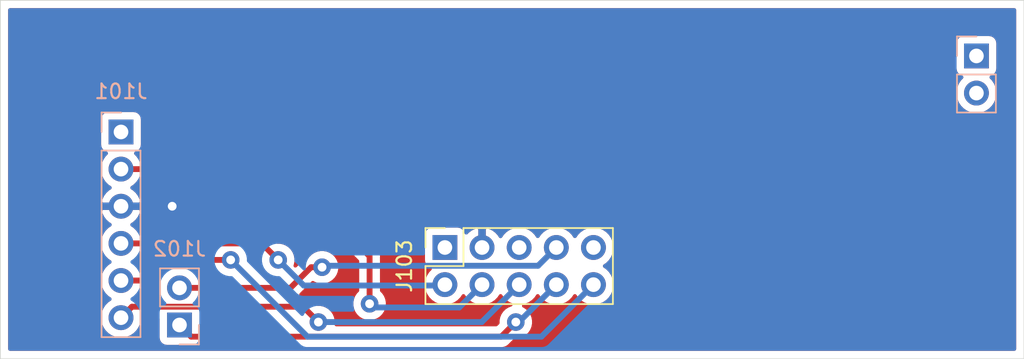
<source format=kicad_pcb>
(kicad_pcb (version 20171130) (host pcbnew "(5.1.10)-1")

  (general
    (thickness 1.6)
    (drawings 4)
    (tracks 46)
    (zones 0)
    (modules 4)
    (nets 14)
  )

  (page A4)
  (layers
    (0 F.Cu signal)
    (31 B.Cu signal)
    (32 B.Adhes user)
    (33 F.Adhes user)
    (34 B.Paste user)
    (35 F.Paste user)
    (36 B.SilkS user)
    (37 F.SilkS user)
    (38 B.Mask user)
    (39 F.Mask user)
    (40 Dwgs.User user)
    (41 Cmts.User user)
    (42 Eco1.User user)
    (43 Eco2.User user)
    (44 Edge.Cuts user)
    (45 Margin user)
    (46 B.CrtYd user)
    (47 F.CrtYd user)
    (48 B.Fab user hide)
    (49 F.Fab user hide)
  )

  (setup
    (last_trace_width 0.25)
    (user_trace_width 0.4)
    (trace_clearance 0.2)
    (zone_clearance 0.508)
    (zone_45_only no)
    (trace_min 0.2)
    (via_size 0.8)
    (via_drill 0.4)
    (via_min_size 0.4)
    (via_min_drill 0.3)
    (user_via 1.2 0.6)
    (uvia_size 0.3)
    (uvia_drill 0.1)
    (uvias_allowed no)
    (uvia_min_size 0.2)
    (uvia_min_drill 0.1)
    (edge_width 0.05)
    (segment_width 0.2)
    (pcb_text_width 0.3)
    (pcb_text_size 1.5 1.5)
    (mod_edge_width 0.12)
    (mod_text_size 1 1)
    (mod_text_width 0.15)
    (pad_size 1.524 1.524)
    (pad_drill 0.762)
    (pad_to_mask_clearance 0)
    (aux_axis_origin 0 0)
    (visible_elements 7FFFFFFF)
    (pcbplotparams
      (layerselection 0x010fc_ffffffff)
      (usegerberextensions false)
      (usegerberattributes true)
      (usegerberadvancedattributes true)
      (creategerberjobfile true)
      (excludeedgelayer true)
      (linewidth 0.100000)
      (plotframeref false)
      (viasonmask false)
      (mode 1)
      (useauxorigin false)
      (hpglpennumber 1)
      (hpglpenspeed 20)
      (hpglpendiameter 15.000000)
      (psnegative false)
      (psa4output false)
      (plotreference true)
      (plotvalue true)
      (plotinvisibletext false)
      (padsonsilk false)
      (subtractmaskfromsilk false)
      (outputformat 1)
      (mirror false)
      (drillshape 1)
      (scaleselection 1)
      (outputdirectory ""))
  )

  (net 0 "")
  (net 1 /SWO)
  (net 2 /SWDIO)
  (net 3 /GND)
  (net 4 /VDD)
  (net 5 /TX)
  (net 6 /RX)
  (net 7 /~RESET~)
  (net 8 "Net-(J103-Pad9)")
  (net 9 "Net-(J103-Pad5)")
  (net 10 /SWDCLK)
  (net 11 "Net-(J103-Pad1)")
  (net 12 "Net-(J104-Pad2)")
  (net 13 "Net-(J104-Pad1)")

  (net_class Default "This is the default net class."
    (clearance 0.2)
    (trace_width 0.25)
    (via_dia 0.8)
    (via_drill 0.4)
    (uvia_dia 0.3)
    (uvia_drill 0.1)
    (add_net /GND)
    (add_net /RX)
    (add_net /SWDCLK)
    (add_net /SWDIO)
    (add_net /SWO)
    (add_net /TX)
    (add_net /VDD)
    (add_net /~RESET~)
    (add_net "Net-(J103-Pad1)")
    (add_net "Net-(J103-Pad5)")
    (add_net "Net-(J103-Pad9)")
    (add_net "Net-(J104-Pad1)")
    (add_net "Net-(J104-Pad2)")
  )

  (module Connector_PinSocket_2.54mm:PinSocket_1x02_P2.54mm_Vertical (layer B.Cu) (tedit 5A19A420) (tstamp 611A9474)
    (at 147.25 90.3 180)
    (descr "Through hole straight socket strip, 1x02, 2.54mm pitch, single row (from Kicad 4.0.7), script generated")
    (tags "Through hole socket strip THT 1x02 2.54mm single row")
    (path /611A7FA2)
    (fp_text reference J104 (at 0 2.77) (layer B.SilkS) hide
      (effects (font (size 1 1) (thickness 0.15)) (justify mirror))
    )
    (fp_text value Conn_01x02 (at 0 -5.31) (layer B.Fab)
      (effects (font (size 1 1) (thickness 0.15)) (justify mirror))
    )
    (fp_line (start -1.8 -4.3) (end -1.8 1.8) (layer B.CrtYd) (width 0.05))
    (fp_line (start 1.75 -4.3) (end -1.8 -4.3) (layer B.CrtYd) (width 0.05))
    (fp_line (start 1.75 1.8) (end 1.75 -4.3) (layer B.CrtYd) (width 0.05))
    (fp_line (start -1.8 1.8) (end 1.75 1.8) (layer B.CrtYd) (width 0.05))
    (fp_line (start 0 1.33) (end 1.33 1.33) (layer B.SilkS) (width 0.12))
    (fp_line (start 1.33 1.33) (end 1.33 0) (layer B.SilkS) (width 0.12))
    (fp_line (start 1.33 -1.27) (end 1.33 -3.87) (layer B.SilkS) (width 0.12))
    (fp_line (start -1.33 -3.87) (end 1.33 -3.87) (layer B.SilkS) (width 0.12))
    (fp_line (start -1.33 -1.27) (end -1.33 -3.87) (layer B.SilkS) (width 0.12))
    (fp_line (start -1.33 -1.27) (end 1.33 -1.27) (layer B.SilkS) (width 0.12))
    (fp_line (start -1.27 -3.81) (end -1.27 1.27) (layer B.Fab) (width 0.1))
    (fp_line (start 1.27 -3.81) (end -1.27 -3.81) (layer B.Fab) (width 0.1))
    (fp_line (start 1.27 0.635) (end 1.27 -3.81) (layer B.Fab) (width 0.1))
    (fp_line (start 0.635 1.27) (end 1.27 0.635) (layer B.Fab) (width 0.1))
    (fp_line (start -1.27 1.27) (end 0.635 1.27) (layer B.Fab) (width 0.1))
    (fp_text user %R (at 0 -1.27 270) (layer B.Fab)
      (effects (font (size 1 1) (thickness 0.15)) (justify mirror))
    )
    (pad 1 thru_hole rect (at 0 0 180) (size 1.7 1.7) (drill 1) (layers *.Cu *.Mask)
      (net 13 "Net-(J104-Pad1)"))
    (pad 2 thru_hole oval (at 0 -2.54 180) (size 1.7 1.7) (drill 1) (layers *.Cu *.Mask)
      (net 12 "Net-(J104-Pad2)"))
    (model ${KISYS3DMOD}/Connector_PinSocket_2.54mm.3dshapes/PinSocket_1x02_P2.54mm_Vertical.wrl
      (at (xyz 0 0 0))
      (scale (xyz 1 1 1))
      (rotate (xyz 0 0 0))
    )
  )

  (module Connector_PinSocket_2.54mm:PinSocket_2x05_P2.54mm_Vertical (layer F.Cu) (tedit 5A19A42B) (tstamp 6119E26A)
    (at 110.9 103.4 90)
    (descr "Through hole straight socket strip, 2x05, 2.54mm pitch, double cols (from Kicad 4.0.7), script generated")
    (tags "Through hole socket strip THT 2x05 2.54mm double row")
    (path /61198079)
    (fp_text reference J103 (at -1.27 -2.77 90) (layer F.SilkS)
      (effects (font (size 1 1) (thickness 0.15)))
    )
    (fp_text value Conn_02x05_Top_Bottom (at -1.27 12.93 90) (layer F.Fab)
      (effects (font (size 1 1) (thickness 0.15)))
    )
    (fp_line (start -3.81 -1.27) (end 0.27 -1.27) (layer F.Fab) (width 0.1))
    (fp_line (start 0.27 -1.27) (end 1.27 -0.27) (layer F.Fab) (width 0.1))
    (fp_line (start 1.27 -0.27) (end 1.27 11.43) (layer F.Fab) (width 0.1))
    (fp_line (start 1.27 11.43) (end -3.81 11.43) (layer F.Fab) (width 0.1))
    (fp_line (start -3.81 11.43) (end -3.81 -1.27) (layer F.Fab) (width 0.1))
    (fp_line (start -3.87 -1.33) (end -1.27 -1.33) (layer F.SilkS) (width 0.12))
    (fp_line (start -3.87 -1.33) (end -3.87 11.49) (layer F.SilkS) (width 0.12))
    (fp_line (start -3.87 11.49) (end 1.33 11.49) (layer F.SilkS) (width 0.12))
    (fp_line (start 1.33 1.27) (end 1.33 11.49) (layer F.SilkS) (width 0.12))
    (fp_line (start -1.27 1.27) (end 1.33 1.27) (layer F.SilkS) (width 0.12))
    (fp_line (start -1.27 -1.33) (end -1.27 1.27) (layer F.SilkS) (width 0.12))
    (fp_line (start 1.33 -1.33) (end 1.33 0) (layer F.SilkS) (width 0.12))
    (fp_line (start 0 -1.33) (end 1.33 -1.33) (layer F.SilkS) (width 0.12))
    (fp_line (start -4.34 -1.8) (end 1.76 -1.8) (layer F.CrtYd) (width 0.05))
    (fp_line (start 1.76 -1.8) (end 1.76 11.9) (layer F.CrtYd) (width 0.05))
    (fp_line (start 1.76 11.9) (end -4.34 11.9) (layer F.CrtYd) (width 0.05))
    (fp_line (start -4.34 11.9) (end -4.34 -1.8) (layer F.CrtYd) (width 0.05))
    (fp_text user %R (at -1.27 5.08) (layer F.Fab)
      (effects (font (size 1 1) (thickness 0.15)))
    )
    (pad 10 thru_hole oval (at -2.54 10.16 90) (size 1.7 1.7) (drill 1) (layers *.Cu *.Mask)
      (net 7 /~RESET~))
    (pad 9 thru_hole oval (at 0 10.16 90) (size 1.7 1.7) (drill 1) (layers *.Cu *.Mask)
      (net 8 "Net-(J103-Pad9)"))
    (pad 8 thru_hole oval (at -2.54 7.62 90) (size 1.7 1.7) (drill 1) (layers *.Cu *.Mask)
      (net 6 /RX))
    (pad 7 thru_hole oval (at 0 7.62 90) (size 1.7 1.7) (drill 1) (layers *.Cu *.Mask)
      (net 5 /TX))
    (pad 6 thru_hole oval (at -2.54 5.08 90) (size 1.7 1.7) (drill 1) (layers *.Cu *.Mask)
      (net 1 /SWO))
    (pad 5 thru_hole oval (at 0 5.08 90) (size 1.7 1.7) (drill 1) (layers *.Cu *.Mask)
      (net 9 "Net-(J103-Pad5)"))
    (pad 4 thru_hole oval (at -2.54 2.54 90) (size 1.7 1.7) (drill 1) (layers *.Cu *.Mask)
      (net 10 /SWDCLK))
    (pad 3 thru_hole oval (at 0 2.54 90) (size 1.7 1.7) (drill 1) (layers *.Cu *.Mask)
      (net 3 /GND))
    (pad 2 thru_hole oval (at -2.54 0 90) (size 1.7 1.7) (drill 1) (layers *.Cu *.Mask)
      (net 2 /SWDIO))
    (pad 1 thru_hole rect (at 0 0 90) (size 1.7 1.7) (drill 1) (layers *.Cu *.Mask)
      (net 11 "Net-(J103-Pad1)"))
    (model ${KISYS3DMOD}/Connector_PinSocket_2.54mm.3dshapes/PinSocket_2x05_P2.54mm_Vertical.wrl
      (at (xyz 0 0 0))
      (scale (xyz 1 1 1))
      (rotate (xyz 0 0 0))
    )
  )

  (module Connector_PinSocket_2.54mm:PinSocket_1x02_P2.54mm_Vertical (layer B.Cu) (tedit 5A19A420) (tstamp 611A9884)
    (at 92.75 108.7)
    (descr "Through hole straight socket strip, 1x02, 2.54mm pitch, single row (from Kicad 4.0.7), script generated")
    (tags "Through hole socket strip THT 1x02 2.54mm single row")
    (path /61196477)
    (fp_text reference J102 (at 0 -5.2) (layer B.SilkS)
      (effects (font (size 1 1) (thickness 0.15)) (justify mirror))
    )
    (fp_text value Conn_01x02 (at 0 -5.31) (layer B.Fab)
      (effects (font (size 1 1) (thickness 0.15)) (justify mirror))
    )
    (fp_line (start -1.27 1.27) (end 0.635 1.27) (layer B.Fab) (width 0.1))
    (fp_line (start 0.635 1.27) (end 1.27 0.635) (layer B.Fab) (width 0.1))
    (fp_line (start 1.27 0.635) (end 1.27 -3.81) (layer B.Fab) (width 0.1))
    (fp_line (start 1.27 -3.81) (end -1.27 -3.81) (layer B.Fab) (width 0.1))
    (fp_line (start -1.27 -3.81) (end -1.27 1.27) (layer B.Fab) (width 0.1))
    (fp_line (start -1.33 -1.27) (end 1.33 -1.27) (layer B.SilkS) (width 0.12))
    (fp_line (start -1.33 -1.27) (end -1.33 -3.87) (layer B.SilkS) (width 0.12))
    (fp_line (start -1.33 -3.87) (end 1.33 -3.87) (layer B.SilkS) (width 0.12))
    (fp_line (start 1.33 -1.27) (end 1.33 -3.87) (layer B.SilkS) (width 0.12))
    (fp_line (start 1.33 1.33) (end 1.33 0) (layer B.SilkS) (width 0.12))
    (fp_line (start 0 1.33) (end 1.33 1.33) (layer B.SilkS) (width 0.12))
    (fp_line (start -1.8 1.8) (end 1.75 1.8) (layer B.CrtYd) (width 0.05))
    (fp_line (start 1.75 1.8) (end 1.75 -4.3) (layer B.CrtYd) (width 0.05))
    (fp_line (start 1.75 -4.3) (end -1.8 -4.3) (layer B.CrtYd) (width 0.05))
    (fp_line (start -1.8 -4.3) (end -1.8 1.8) (layer B.CrtYd) (width 0.05))
    (fp_text user %R (at 0 -1.27 -90) (layer B.Fab)
      (effects (font (size 1 1) (thickness 0.15)) (justify mirror))
    )
    (pad 2 thru_hole oval (at 0 -2.54) (size 1.7 1.7) (drill 1) (layers *.Cu *.Mask)
      (net 5 /TX))
    (pad 1 thru_hole rect (at 0 0) (size 1.7 1.7) (drill 1) (layers *.Cu *.Mask)
      (net 6 /RX))
    (model ${KISYS3DMOD}/Connector_PinSocket_2.54mm.3dshapes/PinSocket_1x02_P2.54mm_Vertical.wrl
      (at (xyz 0 0 0))
      (scale (xyz 1 1 1))
      (rotate (xyz 0 0 0))
    )
  )

  (module Connector_PinSocket_2.54mm:PinSocket_1x06_P2.54mm_Vertical (layer B.Cu) (tedit 5A19A430) (tstamp 611A966A)
    (at 88.75 95.5 180)
    (descr "Through hole straight socket strip, 1x06, 2.54mm pitch, single row (from Kicad 4.0.7), script generated")
    (tags "Through hole socket strip THT 1x06 2.54mm single row")
    (path /611956C5)
    (fp_text reference J101 (at 0 2.77) (layer B.SilkS)
      (effects (font (size 1 1) (thickness 0.15)) (justify mirror))
    )
    (fp_text value Conn_01x06 (at 0 -15.47) (layer B.Fab)
      (effects (font (size 1 1) (thickness 0.15)) (justify mirror))
    )
    (fp_line (start -1.27 1.27) (end 0.635 1.27) (layer B.Fab) (width 0.1))
    (fp_line (start 0.635 1.27) (end 1.27 0.635) (layer B.Fab) (width 0.1))
    (fp_line (start 1.27 0.635) (end 1.27 -13.97) (layer B.Fab) (width 0.1))
    (fp_line (start 1.27 -13.97) (end -1.27 -13.97) (layer B.Fab) (width 0.1))
    (fp_line (start -1.27 -13.97) (end -1.27 1.27) (layer B.Fab) (width 0.1))
    (fp_line (start -1.33 -1.27) (end 1.33 -1.27) (layer B.SilkS) (width 0.12))
    (fp_line (start -1.33 -1.27) (end -1.33 -14.03) (layer B.SilkS) (width 0.12))
    (fp_line (start -1.33 -14.03) (end 1.33 -14.03) (layer B.SilkS) (width 0.12))
    (fp_line (start 1.33 -1.27) (end 1.33 -14.03) (layer B.SilkS) (width 0.12))
    (fp_line (start 1.33 1.33) (end 1.33 0) (layer B.SilkS) (width 0.12))
    (fp_line (start 0 1.33) (end 1.33 1.33) (layer B.SilkS) (width 0.12))
    (fp_line (start -1.8 1.8) (end 1.75 1.8) (layer B.CrtYd) (width 0.05))
    (fp_line (start 1.75 1.8) (end 1.75 -14.45) (layer B.CrtYd) (width 0.05))
    (fp_line (start 1.75 -14.45) (end -1.8 -14.45) (layer B.CrtYd) (width 0.05))
    (fp_line (start -1.8 -14.45) (end -1.8 1.8) (layer B.CrtYd) (width 0.05))
    (fp_text user %R (at 0 -6.35 270) (layer B.Fab)
      (effects (font (size 1 1) (thickness 0.15)) (justify mirror))
    )
    (pad 6 thru_hole oval (at 0 -12.7 180) (size 1.7 1.7) (drill 1) (layers *.Cu *.Mask)
      (net 1 /SWO))
    (pad 5 thru_hole oval (at 0 -10.16 180) (size 1.7 1.7) (drill 1) (layers *.Cu *.Mask)
      (net 7 /~RESET~))
    (pad 4 thru_hole oval (at 0 -7.62 180) (size 1.7 1.7) (drill 1) (layers *.Cu *.Mask)
      (net 2 /SWDIO))
    (pad 3 thru_hole oval (at 0 -5.08 180) (size 1.7 1.7) (drill 1) (layers *.Cu *.Mask)
      (net 3 /GND))
    (pad 2 thru_hole oval (at 0 -2.54 180) (size 1.7 1.7) (drill 1) (layers *.Cu *.Mask)
      (net 10 /SWDCLK))
    (pad 1 thru_hole rect (at 0 0 180) (size 1.7 1.7) (drill 1) (layers *.Cu *.Mask)
      (net 4 /VDD))
    (model ${KISYS3DMOD}/Connector_PinSocket_2.54mm.3dshapes/PinSocket_1x06_P2.54mm_Vertical.wrl
      (at (xyz 0 0 0))
      (scale (xyz 1 1 1))
      (rotate (xyz 0 0 0))
    )
  )

  (gr_line (start 150.5 111) (end 80.5 111) (layer Edge.Cuts) (width 0.05) (tstamp 6119DD7B))
  (gr_line (start 150.5 86.5) (end 150.5 111) (layer Edge.Cuts) (width 0.05))
  (gr_line (start 80.5 86.5) (end 150.5 86.5) (layer Edge.Cuts) (width 0.05))
  (gr_line (start 80.5 111) (end 80.5 86.5) (layer Edge.Cuts) (width 0.05))

  (segment (start 88.75 108.2) (end 89.500001 107.449999) (width 0.4) (layer F.Cu) (net 1))
  (segment (start 89.500001 107.449999) (end 101.199999 107.449999) (width 0.4) (layer F.Cu) (net 1))
  (via (at 102.25 108.5) (size 1.2) (drill 0.6) (layers F.Cu B.Cu) (net 1))
  (segment (start 101.199999 107.449999) (end 102.25 108.5) (width 0.4) (layer F.Cu) (net 1))
  (segment (start 113.42 108.5) (end 102.25 108.5) (width 0.4) (layer B.Cu) (net 1))
  (segment (start 115.98 105.94) (end 113.42 108.5) (width 0.4) (layer B.Cu) (net 1))
  (via (at 99.5 104.25) (size 1.2) (drill 0.6) (layers F.Cu B.Cu) (net 2))
  (segment (start 98.37 103.12) (end 99.5 104.25) (width 0.4) (layer F.Cu) (net 2))
  (segment (start 110.9 105.94) (end 110.839998 106.000002) (width 0.4) (layer B.Cu) (net 2))
  (segment (start 88.75 103.12) (end 98.37 103.12) (width 0.4) (layer F.Cu) (net 2))
  (segment (start 110.839998 106.000002) (end 101.250002 106.000002) (width 0.4) (layer B.Cu) (net 2))
  (segment (start 101.250002 106.000002) (end 99.5 104.25) (width 0.4) (layer B.Cu) (net 2))
  (segment (start 88.75 100.58) (end 92.25 100.58) (width 0.4) (layer F.Cu) (net 3))
  (via (at 92.25 100.58) (size 1.2) (drill 0.6) (layers F.Cu B.Cu) (net 3))
  (segment (start 113.44 101.69) (end 113.44 103.4) (width 0.4) (layer B.Cu) (net 3))
  (segment (start 112.33 100.58) (end 113.44 101.69) (width 0.4) (layer B.Cu) (net 3))
  (segment (start 92.25 100.58) (end 112.33 100.58) (width 0.4) (layer B.Cu) (net 3))
  (via (at 102.5 104.75) (size 1.2) (drill 0.6) (layers F.Cu B.Cu) (net 5))
  (segment (start 118.52 103.4) (end 117.269999 104.650001) (width 0.4) (layer B.Cu) (net 5))
  (segment (start 92.75 106.16) (end 100.34 106.16) (width 0.4) (layer F.Cu) (net 5))
  (segment (start 117.269999 104.650001) (end 102.599999 104.650001) (width 0.4) (layer B.Cu) (net 5))
  (segment (start 101.75 104.75) (end 102.5 104.75) (width 0.4) (layer F.Cu) (net 5))
  (segment (start 102.599999 104.650001) (end 102.5 104.75) (width 0.4) (layer B.Cu) (net 5))
  (segment (start 100.34 106.16) (end 101.75 104.75) (width 0.4) (layer F.Cu) (net 5))
  (via (at 115.750008 108.500008) (size 1.2) (drill 0.6) (layers F.Cu B.Cu) (net 6))
  (segment (start 118.52 105.94) (end 115.959992 108.500008) (width 0.4) (layer B.Cu) (net 6))
  (segment (start 115.959992 108.500008) (end 115.750008 108.500008) (width 0.4) (layer B.Cu) (net 6))
  (segment (start 92.75 108.7) (end 93.550001 109.500001) (width 0.4) (layer F.Cu) (net 6))
  (segment (start 93.550001 109.500001) (end 114.750015 109.500001) (width 0.4) (layer F.Cu) (net 6))
  (segment (start 114.750015 109.500001) (end 115.750008 108.500008) (width 0.4) (layer F.Cu) (net 6))
  (segment (start 88.75 105.66) (end 90.34 105.66) (width 0.4) (layer F.Cu) (net 7))
  (via (at 96.25 104.25) (size 1.2) (drill 0.6) (layers F.Cu B.Cu) (net 7))
  (segment (start 91.75 104.25) (end 96.25 104.25) (width 0.4) (layer F.Cu) (net 7))
  (segment (start 90.34 105.66) (end 91.75 104.25) (width 0.4) (layer F.Cu) (net 7))
  (segment (start 96.25 104.25) (end 101.500009 109.500009) (width 0.4) (layer B.Cu) (net 7))
  (segment (start 101.500009 109.500009) (end 117.499991 109.500009) (width 0.4) (layer B.Cu) (net 7))
  (segment (start 117.499991 109.500009) (end 121.06 105.94) (width 0.4) (layer B.Cu) (net 7))
  (via (at 105.75 107.25) (size 1.2) (drill 0.6) (layers F.Cu B.Cu) (net 10))
  (segment (start 105.75 107.25) (end 106 107.5) (width 0.4) (layer B.Cu) (net 10))
  (segment (start 111.88 107.5) (end 113.44 105.94) (width 0.4) (layer B.Cu) (net 10))
  (segment (start 106 107.5) (end 111.88 107.5) (width 0.4) (layer B.Cu) (net 10))
  (segment (start 105.75 104) (end 105.75 107.25) (width 0.4) (layer F.Cu) (net 10))
  (segment (start 103.5 101.75) (end 105.75 104) (width 0.4) (layer F.Cu) (net 10))
  (segment (start 96.75 101.75) (end 103.5 101.75) (width 0.4) (layer F.Cu) (net 10))
  (segment (start 93.04 98.04) (end 96.75 101.75) (width 0.4) (layer F.Cu) (net 10))
  (segment (start 88.75 98.04) (end 93.04 98.04) (width 0.4) (layer F.Cu) (net 10))

  (zone (net 3) (net_name /GND) (layer B.Cu) (tstamp 0) (hatch edge 0.508)
    (connect_pads (clearance 0.508))
    (min_thickness 0.254)
    (fill yes (arc_segments 32) (thermal_gap 0.508) (thermal_bridge_width 0.508))
    (polygon
      (pts
        (xy 150.5 111) (xy 80.5 111) (xy 80.5 86.5) (xy 150.5 86.5)
      )
    )
    (filled_polygon
      (pts
        (xy 149.840001 110.34) (xy 81.16 110.34) (xy 81.16 102.97374) (xy 87.265 102.97374) (xy 87.265 103.26626)
        (xy 87.322068 103.553158) (xy 87.43401 103.823411) (xy 87.596525 104.066632) (xy 87.803368 104.273475) (xy 87.97776 104.39)
        (xy 87.803368 104.506525) (xy 87.596525 104.713368) (xy 87.43401 104.956589) (xy 87.322068 105.226842) (xy 87.265 105.51374)
        (xy 87.265 105.80626) (xy 87.322068 106.093158) (xy 87.43401 106.363411) (xy 87.596525 106.606632) (xy 87.803368 106.813475)
        (xy 87.97776 106.93) (xy 87.803368 107.046525) (xy 87.596525 107.253368) (xy 87.43401 107.496589) (xy 87.322068 107.766842)
        (xy 87.265 108.05374) (xy 87.265 108.34626) (xy 87.322068 108.633158) (xy 87.43401 108.903411) (xy 87.596525 109.146632)
        (xy 87.803368 109.353475) (xy 88.046589 109.51599) (xy 88.316842 109.627932) (xy 88.60374 109.685) (xy 88.89626 109.685)
        (xy 89.183158 109.627932) (xy 89.453411 109.51599) (xy 89.696632 109.353475) (xy 89.903475 109.146632) (xy 90.06599 108.903411)
        (xy 90.177932 108.633158) (xy 90.235 108.34626) (xy 90.235 108.05374) (xy 90.194474 107.85) (xy 91.261928 107.85)
        (xy 91.261928 109.55) (xy 91.274188 109.674482) (xy 91.310498 109.79418) (xy 91.369463 109.904494) (xy 91.448815 110.001185)
        (xy 91.545506 110.080537) (xy 91.65582 110.139502) (xy 91.775518 110.175812) (xy 91.9 110.188072) (xy 93.6 110.188072)
        (xy 93.724482 110.175812) (xy 93.84418 110.139502) (xy 93.954494 110.080537) (xy 94.051185 110.001185) (xy 94.130537 109.904494)
        (xy 94.189502 109.79418) (xy 94.225812 109.674482) (xy 94.238072 109.55) (xy 94.238072 107.85) (xy 94.225812 107.725518)
        (xy 94.189502 107.60582) (xy 94.130537 107.495506) (xy 94.051185 107.398815) (xy 93.954494 107.319463) (xy 93.84418 107.260498)
        (xy 93.77162 107.238487) (xy 93.903475 107.106632) (xy 94.06599 106.863411) (xy 94.177932 106.593158) (xy 94.235 106.30626)
        (xy 94.235 106.01374) (xy 94.177932 105.726842) (xy 94.06599 105.456589) (xy 93.903475 105.213368) (xy 93.696632 105.006525)
        (xy 93.453411 104.84401) (xy 93.183158 104.732068) (xy 92.89626 104.675) (xy 92.60374 104.675) (xy 92.316842 104.732068)
        (xy 92.046589 104.84401) (xy 91.803368 105.006525) (xy 91.596525 105.213368) (xy 91.43401 105.456589) (xy 91.322068 105.726842)
        (xy 91.265 106.01374) (xy 91.265 106.30626) (xy 91.322068 106.593158) (xy 91.43401 106.863411) (xy 91.596525 107.106632)
        (xy 91.72838 107.238487) (xy 91.65582 107.260498) (xy 91.545506 107.319463) (xy 91.448815 107.398815) (xy 91.369463 107.495506)
        (xy 91.310498 107.60582) (xy 91.274188 107.725518) (xy 91.261928 107.85) (xy 90.194474 107.85) (xy 90.177932 107.766842)
        (xy 90.06599 107.496589) (xy 89.903475 107.253368) (xy 89.696632 107.046525) (xy 89.52224 106.93) (xy 89.696632 106.813475)
        (xy 89.903475 106.606632) (xy 90.06599 106.363411) (xy 90.177932 106.093158) (xy 90.235 105.80626) (xy 90.235 105.51374)
        (xy 90.177932 105.226842) (xy 90.06599 104.956589) (xy 89.903475 104.713368) (xy 89.696632 104.506525) (xy 89.52224 104.39)
        (xy 89.696632 104.273475) (xy 89.841744 104.128363) (xy 95.015 104.128363) (xy 95.015 104.371637) (xy 95.06246 104.610236)
        (xy 95.155557 104.834992) (xy 95.290713 105.037267) (xy 95.462733 105.209287) (xy 95.665008 105.344443) (xy 95.889764 105.43754)
        (xy 96.128363 105.485) (xy 96.304133 105.485) (xy 100.880572 110.061441) (xy 100.906718 110.0933) (xy 100.938577 110.119446)
        (xy 100.938579 110.119448) (xy 101.033863 110.197645) (xy 101.178922 110.275181) (xy 101.33632 110.322927) (xy 101.500009 110.339049)
        (xy 101.541027 110.335009) (xy 117.458973 110.335009) (xy 117.499991 110.339049) (xy 117.541009 110.335009) (xy 117.54101 110.335009)
        (xy 117.66368 110.322927) (xy 117.821078 110.275181) (xy 117.966137 110.197645) (xy 118.093282 110.0933) (xy 118.119437 110.06143)
        (xy 120.782061 107.398807) (xy 120.91374 107.425) (xy 121.20626 107.425) (xy 121.493158 107.367932) (xy 121.763411 107.25599)
        (xy 122.006632 107.093475) (xy 122.213475 106.886632) (xy 122.37599 106.643411) (xy 122.487932 106.373158) (xy 122.545 106.08626)
        (xy 122.545 105.79374) (xy 122.487932 105.506842) (xy 122.37599 105.236589) (xy 122.213475 104.993368) (xy 122.006632 104.786525)
        (xy 121.83224 104.67) (xy 122.006632 104.553475) (xy 122.213475 104.346632) (xy 122.37599 104.103411) (xy 122.487932 103.833158)
        (xy 122.545 103.54626) (xy 122.545 103.25374) (xy 122.487932 102.966842) (xy 122.37599 102.696589) (xy 122.213475 102.453368)
        (xy 122.006632 102.246525) (xy 121.763411 102.08401) (xy 121.493158 101.972068) (xy 121.20626 101.915) (xy 120.91374 101.915)
        (xy 120.626842 101.972068) (xy 120.356589 102.08401) (xy 120.113368 102.246525) (xy 119.906525 102.453368) (xy 119.79 102.62776)
        (xy 119.673475 102.453368) (xy 119.466632 102.246525) (xy 119.223411 102.08401) (xy 118.953158 101.972068) (xy 118.66626 101.915)
        (xy 118.37374 101.915) (xy 118.086842 101.972068) (xy 117.816589 102.08401) (xy 117.573368 102.246525) (xy 117.366525 102.453368)
        (xy 117.25 102.62776) (xy 117.133475 102.453368) (xy 116.926632 102.246525) (xy 116.683411 102.08401) (xy 116.413158 101.972068)
        (xy 116.12626 101.915) (xy 115.83374 101.915) (xy 115.546842 101.972068) (xy 115.276589 102.08401) (xy 115.033368 102.246525)
        (xy 114.826525 102.453368) (xy 114.704805 102.635534) (xy 114.635178 102.518645) (xy 114.440269 102.302412) (xy 114.20692 102.128359)
        (xy 113.944099 102.003175) (xy 113.79689 101.958524) (xy 113.567 102.079845) (xy 113.567 103.273) (xy 113.587 103.273)
        (xy 113.587 103.527) (xy 113.567 103.527) (xy 113.567 103.547) (xy 113.313 103.547) (xy 113.313 103.527)
        (xy 113.293 103.527) (xy 113.293 103.273) (xy 113.313 103.273) (xy 113.313 102.079845) (xy 113.08311 101.958524)
        (xy 112.935901 102.003175) (xy 112.67308 102.128359) (xy 112.439731 102.302412) (xy 112.363966 102.386466) (xy 112.339502 102.30582)
        (xy 112.280537 102.195506) (xy 112.201185 102.098815) (xy 112.104494 102.019463) (xy 111.99418 101.960498) (xy 111.874482 101.924188)
        (xy 111.75 101.911928) (xy 110.05 101.911928) (xy 109.925518 101.924188) (xy 109.80582 101.960498) (xy 109.695506 102.019463)
        (xy 109.598815 102.098815) (xy 109.519463 102.195506) (xy 109.460498 102.30582) (xy 109.424188 102.425518) (xy 109.411928 102.55)
        (xy 109.411928 103.815001) (xy 103.311555 103.815001) (xy 103.287267 103.790713) (xy 103.084992 103.655557) (xy 102.860236 103.56246)
        (xy 102.621637 103.515) (xy 102.378363 103.515) (xy 102.139764 103.56246) (xy 101.915008 103.655557) (xy 101.712733 103.790713)
        (xy 101.540713 103.962733) (xy 101.405557 104.165008) (xy 101.31246 104.389764) (xy 101.265 104.628363) (xy 101.265 104.834132)
        (xy 100.735 104.304132) (xy 100.735 104.128363) (xy 100.68754 103.889764) (xy 100.594443 103.665008) (xy 100.459287 103.462733)
        (xy 100.287267 103.290713) (xy 100.084992 103.155557) (xy 99.860236 103.06246) (xy 99.621637 103.015) (xy 99.378363 103.015)
        (xy 99.139764 103.06246) (xy 98.915008 103.155557) (xy 98.712733 103.290713) (xy 98.540713 103.462733) (xy 98.405557 103.665008)
        (xy 98.31246 103.889764) (xy 98.265 104.128363) (xy 98.265 104.371637) (xy 98.31246 104.610236) (xy 98.405557 104.834992)
        (xy 98.540713 105.037267) (xy 98.712733 105.209287) (xy 98.915008 105.344443) (xy 99.139764 105.43754) (xy 99.378363 105.485)
        (xy 99.554132 105.485) (xy 100.630565 106.561434) (xy 100.656711 106.593293) (xy 100.783856 106.697638) (xy 100.928915 106.775174)
        (xy 101.086313 106.82292) (xy 101.208983 106.835002) (xy 101.208984 106.835002) (xy 101.250002 106.839042) (xy 101.29102 106.835002)
        (xy 104.585143 106.835002) (xy 104.56246 106.889764) (xy 104.515 107.128363) (xy 104.515 107.371637) (xy 104.56246 107.610236)
        (xy 104.585144 107.665) (xy 103.161554 107.665) (xy 103.037267 107.540713) (xy 102.834992 107.405557) (xy 102.610236 107.31246)
        (xy 102.371637 107.265) (xy 102.128363 107.265) (xy 101.889764 107.31246) (xy 101.665008 107.405557) (xy 101.462733 107.540713)
        (xy 101.290713 107.712733) (xy 101.155557 107.915008) (xy 101.138077 107.957208) (xy 97.485 104.304133) (xy 97.485 104.128363)
        (xy 97.43754 103.889764) (xy 97.344443 103.665008) (xy 97.209287 103.462733) (xy 97.037267 103.290713) (xy 96.834992 103.155557)
        (xy 96.610236 103.06246) (xy 96.371637 103.015) (xy 96.128363 103.015) (xy 95.889764 103.06246) (xy 95.665008 103.155557)
        (xy 95.462733 103.290713) (xy 95.290713 103.462733) (xy 95.155557 103.665008) (xy 95.06246 103.889764) (xy 95.015 104.128363)
        (xy 89.841744 104.128363) (xy 89.903475 104.066632) (xy 90.06599 103.823411) (xy 90.177932 103.553158) (xy 90.235 103.26626)
        (xy 90.235 102.97374) (xy 90.177932 102.686842) (xy 90.06599 102.416589) (xy 89.903475 102.173368) (xy 89.696632 101.966525)
        (xy 89.514466 101.844805) (xy 89.631355 101.775178) (xy 89.847588 101.580269) (xy 90.021641 101.34692) (xy 90.146825 101.084099)
        (xy 90.191476 100.93689) (xy 90.070155 100.707) (xy 88.877 100.707) (xy 88.877 100.727) (xy 88.623 100.727)
        (xy 88.623 100.707) (xy 87.429845 100.707) (xy 87.308524 100.93689) (xy 87.353175 101.084099) (xy 87.478359 101.34692)
        (xy 87.652412 101.580269) (xy 87.868645 101.775178) (xy 87.985534 101.844805) (xy 87.803368 101.966525) (xy 87.596525 102.173368)
        (xy 87.43401 102.416589) (xy 87.322068 102.686842) (xy 87.265 102.97374) (xy 81.16 102.97374) (xy 81.16 94.65)
        (xy 87.261928 94.65) (xy 87.261928 96.35) (xy 87.274188 96.474482) (xy 87.310498 96.59418) (xy 87.369463 96.704494)
        (xy 87.448815 96.801185) (xy 87.545506 96.880537) (xy 87.65582 96.939502) (xy 87.72838 96.961513) (xy 87.596525 97.093368)
        (xy 87.43401 97.336589) (xy 87.322068 97.606842) (xy 87.265 97.89374) (xy 87.265 98.18626) (xy 87.322068 98.473158)
        (xy 87.43401 98.743411) (xy 87.596525 98.986632) (xy 87.803368 99.193475) (xy 87.985534 99.315195) (xy 87.868645 99.384822)
        (xy 87.652412 99.579731) (xy 87.478359 99.81308) (xy 87.353175 100.075901) (xy 87.308524 100.22311) (xy 87.429845 100.453)
        (xy 88.623 100.453) (xy 88.623 100.433) (xy 88.877 100.433) (xy 88.877 100.453) (xy 90.070155 100.453)
        (xy 90.191476 100.22311) (xy 90.146825 100.075901) (xy 90.021641 99.81308) (xy 89.847588 99.579731) (xy 89.631355 99.384822)
        (xy 89.514466 99.315195) (xy 89.696632 99.193475) (xy 89.903475 98.986632) (xy 90.06599 98.743411) (xy 90.177932 98.473158)
        (xy 90.235 98.18626) (xy 90.235 97.89374) (xy 90.177932 97.606842) (xy 90.06599 97.336589) (xy 89.903475 97.093368)
        (xy 89.77162 96.961513) (xy 89.84418 96.939502) (xy 89.954494 96.880537) (xy 90.051185 96.801185) (xy 90.130537 96.704494)
        (xy 90.189502 96.59418) (xy 90.225812 96.474482) (xy 90.238072 96.35) (xy 90.238072 94.65) (xy 90.225812 94.525518)
        (xy 90.189502 94.40582) (xy 90.130537 94.295506) (xy 90.051185 94.198815) (xy 89.954494 94.119463) (xy 89.84418 94.060498)
        (xy 89.724482 94.024188) (xy 89.6 94.011928) (xy 87.9 94.011928) (xy 87.775518 94.024188) (xy 87.65582 94.060498)
        (xy 87.545506 94.119463) (xy 87.448815 94.198815) (xy 87.369463 94.295506) (xy 87.310498 94.40582) (xy 87.274188 94.525518)
        (xy 87.261928 94.65) (xy 81.16 94.65) (xy 81.16 89.45) (xy 145.761928 89.45) (xy 145.761928 91.15)
        (xy 145.774188 91.274482) (xy 145.810498 91.39418) (xy 145.869463 91.504494) (xy 145.948815 91.601185) (xy 146.045506 91.680537)
        (xy 146.15582 91.739502) (xy 146.22838 91.761513) (xy 146.096525 91.893368) (xy 145.93401 92.136589) (xy 145.822068 92.406842)
        (xy 145.765 92.69374) (xy 145.765 92.98626) (xy 145.822068 93.273158) (xy 145.93401 93.543411) (xy 146.096525 93.786632)
        (xy 146.303368 93.993475) (xy 146.546589 94.15599) (xy 146.816842 94.267932) (xy 147.10374 94.325) (xy 147.39626 94.325)
        (xy 147.683158 94.267932) (xy 147.953411 94.15599) (xy 148.196632 93.993475) (xy 148.403475 93.786632) (xy 148.56599 93.543411)
        (xy 148.677932 93.273158) (xy 148.735 92.98626) (xy 148.735 92.69374) (xy 148.677932 92.406842) (xy 148.56599 92.136589)
        (xy 148.403475 91.893368) (xy 148.27162 91.761513) (xy 148.34418 91.739502) (xy 148.454494 91.680537) (xy 148.551185 91.601185)
        (xy 148.630537 91.504494) (xy 148.689502 91.39418) (xy 148.725812 91.274482) (xy 148.738072 91.15) (xy 148.738072 89.45)
        (xy 148.725812 89.325518) (xy 148.689502 89.20582) (xy 148.630537 89.095506) (xy 148.551185 88.998815) (xy 148.454494 88.919463)
        (xy 148.34418 88.860498) (xy 148.224482 88.824188) (xy 148.1 88.811928) (xy 146.4 88.811928) (xy 146.275518 88.824188)
        (xy 146.15582 88.860498) (xy 146.045506 88.919463) (xy 145.948815 88.998815) (xy 145.869463 89.095506) (xy 145.810498 89.20582)
        (xy 145.774188 89.325518) (xy 145.761928 89.45) (xy 81.16 89.45) (xy 81.16 87.16) (xy 149.84 87.16)
      )
    )
  )
  (zone (net 3) (net_name /GND) (layer F.Cu) (tstamp 0) (hatch edge 0.508)
    (connect_pads (clearance 0.508))
    (min_thickness 0.254)
    (fill yes (arc_segments 32) (thermal_gap 0.508) (thermal_bridge_width 0.508))
    (polygon
      (pts
        (xy 150.5 111) (xy 80.5 111) (xy 80.5 86.5) (xy 150.5 86.5)
      )
    )
    (filled_polygon
      (pts
        (xy 149.840001 110.34) (xy 81.16 110.34) (xy 81.16 94.65) (xy 87.261928 94.65) (xy 87.261928 96.35)
        (xy 87.274188 96.474482) (xy 87.310498 96.59418) (xy 87.369463 96.704494) (xy 87.448815 96.801185) (xy 87.545506 96.880537)
        (xy 87.65582 96.939502) (xy 87.72838 96.961513) (xy 87.596525 97.093368) (xy 87.43401 97.336589) (xy 87.322068 97.606842)
        (xy 87.265 97.89374) (xy 87.265 98.18626) (xy 87.322068 98.473158) (xy 87.43401 98.743411) (xy 87.596525 98.986632)
        (xy 87.803368 99.193475) (xy 87.985534 99.315195) (xy 87.868645 99.384822) (xy 87.652412 99.579731) (xy 87.478359 99.81308)
        (xy 87.353175 100.075901) (xy 87.308524 100.22311) (xy 87.429845 100.453) (xy 88.623 100.453) (xy 88.623 100.433)
        (xy 88.877 100.433) (xy 88.877 100.453) (xy 90.070155 100.453) (xy 90.191476 100.22311) (xy 90.146825 100.075901)
        (xy 90.021641 99.81308) (xy 89.847588 99.579731) (xy 89.631355 99.384822) (xy 89.514466 99.315195) (xy 89.696632 99.193475)
        (xy 89.903475 98.986632) (xy 89.978065 98.875) (xy 92.694133 98.875) (xy 96.104132 102.285) (xy 89.978065 102.285)
        (xy 89.903475 102.173368) (xy 89.696632 101.966525) (xy 89.514466 101.844805) (xy 89.631355 101.775178) (xy 89.847588 101.580269)
        (xy 90.021641 101.34692) (xy 90.146825 101.084099) (xy 90.191476 100.93689) (xy 90.070155 100.707) (xy 88.877 100.707)
        (xy 88.877 100.727) (xy 88.623 100.727) (xy 88.623 100.707) (xy 87.429845 100.707) (xy 87.308524 100.93689)
        (xy 87.353175 101.084099) (xy 87.478359 101.34692) (xy 87.652412 101.580269) (xy 87.868645 101.775178) (xy 87.985534 101.844805)
        (xy 87.803368 101.966525) (xy 87.596525 102.173368) (xy 87.43401 102.416589) (xy 87.322068 102.686842) (xy 87.265 102.97374)
        (xy 87.265 103.26626) (xy 87.322068 103.553158) (xy 87.43401 103.823411) (xy 87.596525 104.066632) (xy 87.803368 104.273475)
        (xy 87.97776 104.39) (xy 87.803368 104.506525) (xy 87.596525 104.713368) (xy 87.43401 104.956589) (xy 87.322068 105.226842)
        (xy 87.265 105.51374) (xy 87.265 105.80626) (xy 87.322068 106.093158) (xy 87.43401 106.363411) (xy 87.596525 106.606632)
        (xy 87.803368 106.813475) (xy 87.97776 106.93) (xy 87.803368 107.046525) (xy 87.596525 107.253368) (xy 87.43401 107.496589)
        (xy 87.322068 107.766842) (xy 87.265 108.05374) (xy 87.265 108.34626) (xy 87.322068 108.633158) (xy 87.43401 108.903411)
        (xy 87.596525 109.146632) (xy 87.803368 109.353475) (xy 88.046589 109.51599) (xy 88.316842 109.627932) (xy 88.60374 109.685)
        (xy 88.89626 109.685) (xy 89.183158 109.627932) (xy 89.453411 109.51599) (xy 89.696632 109.353475) (xy 89.903475 109.146632)
        (xy 90.06599 108.903411) (xy 90.177932 108.633158) (xy 90.235 108.34626) (xy 90.235 108.284999) (xy 91.261928 108.284999)
        (xy 91.261928 109.55) (xy 91.274188 109.674482) (xy 91.310498 109.79418) (xy 91.369463 109.904494) (xy 91.448815 110.001185)
        (xy 91.545506 110.080537) (xy 91.65582 110.139502) (xy 91.775518 110.175812) (xy 91.9 110.188072) (xy 93.0722 110.188072)
        (xy 93.083855 110.197637) (xy 93.228914 110.275173) (xy 93.386312 110.322919) (xy 93.508982 110.335001) (xy 93.508992 110.335001)
        (xy 93.55 110.33904) (xy 93.591008 110.335001) (xy 114.708997 110.335001) (xy 114.750015 110.339041) (xy 114.791033 110.335001)
        (xy 114.791034 110.335001) (xy 114.913704 110.322919) (xy 115.071102 110.275173) (xy 115.216161 110.197637) (xy 115.343306 110.093292)
        (xy 115.36946 110.061423) (xy 115.695876 109.735008) (xy 115.871645 109.735008) (xy 116.110244 109.687548) (xy 116.335 109.594451)
        (xy 116.537275 109.459295) (xy 116.709295 109.287275) (xy 116.844451 109.085) (xy 116.937548 108.860244) (xy 116.985008 108.621645)
        (xy 116.985008 108.378371) (xy 116.937548 108.139772) (xy 116.844451 107.915016) (xy 116.709295 107.712741) (xy 116.537275 107.540721)
        (xy 116.335 107.405565) (xy 116.298978 107.390644) (xy 116.413158 107.367932) (xy 116.683411 107.25599) (xy 116.926632 107.093475)
        (xy 117.133475 106.886632) (xy 117.25 106.71224) (xy 117.366525 106.886632) (xy 117.573368 107.093475) (xy 117.816589 107.25599)
        (xy 118.086842 107.367932) (xy 118.37374 107.425) (xy 118.66626 107.425) (xy 118.953158 107.367932) (xy 119.223411 107.25599)
        (xy 119.466632 107.093475) (xy 119.673475 106.886632) (xy 119.79 106.71224) (xy 119.906525 106.886632) (xy 120.113368 107.093475)
        (xy 120.356589 107.25599) (xy 120.626842 107.367932) (xy 120.91374 107.425) (xy 121.20626 107.425) (xy 121.493158 107.367932)
        (xy 121.763411 107.25599) (xy 122.006632 107.093475) (xy 122.213475 106.886632) (xy 122.37599 106.643411) (xy 122.487932 106.373158)
        (xy 122.545 106.08626) (xy 122.545 105.79374) (xy 122.487932 105.506842) (xy 122.37599 105.236589) (xy 122.213475 104.993368)
        (xy 122.006632 104.786525) (xy 121.83224 104.67) (xy 122.006632 104.553475) (xy 122.213475 104.346632) (xy 122.37599 104.103411)
        (xy 122.487932 103.833158) (xy 122.545 103.54626) (xy 122.545 103.25374) (xy 122.487932 102.966842) (xy 122.37599 102.696589)
        (xy 122.213475 102.453368) (xy 122.006632 102.246525) (xy 121.763411 102.08401) (xy 121.493158 101.972068) (xy 121.20626 101.915)
        (xy 120.91374 101.915) (xy 120.626842 101.972068) (xy 120.356589 102.08401) (xy 120.113368 102.246525) (xy 119.906525 102.453368)
        (xy 119.79 102.62776) (xy 119.673475 102.453368) (xy 119.466632 102.246525) (xy 119.223411 102.08401) (xy 118.953158 101.972068)
        (xy 118.66626 101.915) (xy 118.37374 101.915) (xy 118.086842 101.972068) (xy 117.816589 102.08401) (xy 117.573368 102.246525)
        (xy 117.366525 102.453368) (xy 117.25 102.62776) (xy 117.133475 102.453368) (xy 116.926632 102.246525) (xy 116.683411 102.08401)
        (xy 116.413158 101.972068) (xy 116.12626 101.915) (xy 115.83374 101.915) (xy 115.546842 101.972068) (xy 115.276589 102.08401)
        (xy 115.033368 102.246525) (xy 114.826525 102.453368) (xy 114.704805 102.635534) (xy 114.635178 102.518645) (xy 114.440269 102.302412)
        (xy 114.20692 102.128359) (xy 113.944099 102.003175) (xy 113.79689 101.958524) (xy 113.567 102.079845) (xy 113.567 103.273)
        (xy 113.587 103.273) (xy 113.587 103.527) (xy 113.567 103.527) (xy 113.567 103.547) (xy 113.313 103.547)
        (xy 113.313 103.527) (xy 113.293 103.527) (xy 113.293 103.273) (xy 113.313 103.273) (xy 113.313 102.079845)
        (xy 113.08311 101.958524) (xy 112.935901 102.003175) (xy 112.67308 102.128359) (xy 112.439731 102.302412) (xy 112.363966 102.386466)
        (xy 112.339502 102.30582) (xy 112.280537 102.195506) (xy 112.201185 102.098815) (xy 112.104494 102.019463) (xy 111.99418 101.960498)
        (xy 111.874482 101.924188) (xy 111.75 101.911928) (xy 110.05 101.911928) (xy 109.925518 101.924188) (xy 109.80582 101.960498)
        (xy 109.695506 102.019463) (xy 109.598815 102.098815) (xy 109.519463 102.195506) (xy 109.460498 102.30582) (xy 109.424188 102.425518)
        (xy 109.411928 102.55) (xy 109.411928 104.25) (xy 109.424188 104.374482) (xy 109.460498 104.49418) (xy 109.519463 104.604494)
        (xy 109.598815 104.701185) (xy 109.695506 104.780537) (xy 109.80582 104.839502) (xy 109.87838 104.861513) (xy 109.746525 104.993368)
        (xy 109.58401 105.236589) (xy 109.472068 105.506842) (xy 109.415 105.79374) (xy 109.415 106.08626) (xy 109.472068 106.373158)
        (xy 109.58401 106.643411) (xy 109.746525 106.886632) (xy 109.953368 107.093475) (xy 110.196589 107.25599) (xy 110.466842 107.367932)
        (xy 110.75374 107.425) (xy 111.04626 107.425) (xy 111.333158 107.367932) (xy 111.603411 107.25599) (xy 111.846632 107.093475)
        (xy 112.053475 106.886632) (xy 112.17 106.71224) (xy 112.286525 106.886632) (xy 112.493368 107.093475) (xy 112.736589 107.25599)
        (xy 113.006842 107.367932) (xy 113.29374 107.425) (xy 113.58626 107.425) (xy 113.873158 107.367932) (xy 114.143411 107.25599)
        (xy 114.386632 107.093475) (xy 114.593475 106.886632) (xy 114.71 106.71224) (xy 114.826525 106.886632) (xy 115.033368 107.093475)
        (xy 115.276589 107.25599) (xy 115.405423 107.309355) (xy 115.389772 107.312468) (xy 115.165016 107.405565) (xy 114.962741 107.540721)
        (xy 114.790721 107.712741) (xy 114.655565 107.915016) (xy 114.562468 108.139772) (xy 114.515008 108.378371) (xy 114.515008 108.55414)
        (xy 114.404147 108.665001) (xy 103.476374 108.665001) (xy 103.485 108.621637) (xy 103.485 108.378363) (xy 103.43754 108.139764)
        (xy 103.344443 107.915008) (xy 103.209287 107.712733) (xy 103.037267 107.540713) (xy 102.834992 107.405557) (xy 102.610236 107.31246)
        (xy 102.371637 107.265) (xy 102.195868 107.265) (xy 101.819444 106.888577) (xy 101.79329 106.856708) (xy 101.666145 106.752363)
        (xy 101.521086 106.674827) (xy 101.363688 106.627081) (xy 101.241018 106.614999) (xy 101.241017 106.614999) (xy 101.199999 106.610959)
        (xy 101.158981 106.614999) (xy 101.065868 106.614999) (xy 101.867901 105.812967) (xy 101.915008 105.844443) (xy 102.139764 105.93754)
        (xy 102.378363 105.985) (xy 102.621637 105.985) (xy 102.860236 105.93754) (xy 103.084992 105.844443) (xy 103.287267 105.709287)
        (xy 103.459287 105.537267) (xy 103.594443 105.334992) (xy 103.68754 105.110236) (xy 103.735 104.871637) (xy 103.735 104.628363)
        (xy 103.68754 104.389764) (xy 103.594443 104.165008) (xy 103.459287 103.962733) (xy 103.287267 103.790713) (xy 103.084992 103.655557)
        (xy 102.860236 103.56246) (xy 102.621637 103.515) (xy 102.378363 103.515) (xy 102.139764 103.56246) (xy 101.915008 103.655557)
        (xy 101.712733 103.790713) (xy 101.572033 103.931413) (xy 101.428913 103.974828) (xy 101.283854 104.052364) (xy 101.156709 104.156709)
        (xy 101.130558 104.188574) (xy 100.672439 104.646694) (xy 100.68754 104.610236) (xy 100.735 104.371637) (xy 100.735 104.128363)
        (xy 100.68754 103.889764) (xy 100.594443 103.665008) (xy 100.459287 103.462733) (xy 100.287267 103.290713) (xy 100.084992 103.155557)
        (xy 99.860236 103.06246) (xy 99.621637 103.015) (xy 99.445867 103.015) (xy 99.015867 102.585) (xy 103.154133 102.585)
        (xy 104.915 104.345869) (xy 104.915001 106.338445) (xy 104.790713 106.462733) (xy 104.655557 106.665008) (xy 104.56246 106.889764)
        (xy 104.515 107.128363) (xy 104.515 107.371637) (xy 104.56246 107.610236) (xy 104.655557 107.834992) (xy 104.790713 108.037267)
        (xy 104.962733 108.209287) (xy 105.165008 108.344443) (xy 105.389764 108.43754) (xy 105.628363 108.485) (xy 105.871637 108.485)
        (xy 106.110236 108.43754) (xy 106.334992 108.344443) (xy 106.537267 108.209287) (xy 106.709287 108.037267) (xy 106.844443 107.834992)
        (xy 106.93754 107.610236) (xy 106.985 107.371637) (xy 106.985 107.128363) (xy 106.93754 106.889764) (xy 106.844443 106.665008)
        (xy 106.709287 106.462733) (xy 106.585 106.338446) (xy 106.585 104.041018) (xy 106.58904 104) (xy 106.582039 103.928914)
        (xy 106.572918 103.836311) (xy 106.525172 103.678913) (xy 106.447636 103.533854) (xy 106.389269 103.462733) (xy 106.369439 103.43857)
        (xy 106.369437 103.438568) (xy 106.343291 103.406709) (xy 106.311433 103.380564) (xy 104.119446 101.188579) (xy 104.093291 101.156709)
        (xy 103.966146 101.052364) (xy 103.821087 100.974828) (xy 103.663689 100.927082) (xy 103.541019 100.915) (xy 103.541018 100.915)
        (xy 103.5 100.91096) (xy 103.458982 100.915) (xy 97.095868 100.915) (xy 93.659446 97.478579) (xy 93.633291 97.446709)
        (xy 93.506146 97.342364) (xy 93.361087 97.264828) (xy 93.203689 97.217082) (xy 93.081019 97.205) (xy 93.081018 97.205)
        (xy 93.04 97.20096) (xy 92.998982 97.205) (xy 89.978065 97.205) (xy 89.903475 97.093368) (xy 89.77162 96.961513)
        (xy 89.84418 96.939502) (xy 89.954494 96.880537) (xy 90.051185 96.801185) (xy 90.130537 96.704494) (xy 90.189502 96.59418)
        (xy 90.225812 96.474482) (xy 90.238072 96.35) (xy 90.238072 94.65) (xy 90.225812 94.525518) (xy 90.189502 94.40582)
        (xy 90.130537 94.295506) (xy 90.051185 94.198815) (xy 89.954494 94.119463) (xy 89.84418 94.060498) (xy 89.724482 94.024188)
        (xy 89.6 94.011928) (xy 87.9 94.011928) (xy 87.775518 94.024188) (xy 87.65582 94.060498) (xy 87.545506 94.119463)
        (xy 87.448815 94.198815) (xy 87.369463 94.295506) (xy 87.310498 94.40582) (xy 87.274188 94.525518) (xy 87.261928 94.65)
        (xy 81.16 94.65) (xy 81.16 89.45) (xy 145.761928 89.45) (xy 145.761928 91.15) (xy 145.774188 91.274482)
        (xy 145.810498 91.39418) (xy 145.869463 91.504494) (xy 145.948815 91.601185) (xy 146.045506 91.680537) (xy 146.15582 91.739502)
        (xy 146.22838 91.761513) (xy 146.096525 91.893368) (xy 145.93401 92.136589) (xy 145.822068 92.406842) (xy 145.765 92.69374)
        (xy 145.765 92.98626) (xy 145.822068 93.273158) (xy 145.93401 93.543411) (xy 146.096525 93.786632) (xy 146.303368 93.993475)
        (xy 146.546589 94.15599) (xy 146.816842 94.267932) (xy 147.10374 94.325) (xy 147.39626 94.325) (xy 147.683158 94.267932)
        (xy 147.953411 94.15599) (xy 148.196632 93.993475) (xy 148.403475 93.786632) (xy 148.56599 93.543411) (xy 148.677932 93.273158)
        (xy 148.735 92.98626) (xy 148.735 92.69374) (xy 148.677932 92.406842) (xy 148.56599 92.136589) (xy 148.403475 91.893368)
        (xy 148.27162 91.761513) (xy 148.34418 91.739502) (xy 148.454494 91.680537) (xy 148.551185 91.601185) (xy 148.630537 91.504494)
        (xy 148.689502 91.39418) (xy 148.725812 91.274482) (xy 148.738072 91.15) (xy 148.738072 89.45) (xy 148.725812 89.325518)
        (xy 148.689502 89.20582) (xy 148.630537 89.095506) (xy 148.551185 88.998815) (xy 148.454494 88.919463) (xy 148.34418 88.860498)
        (xy 148.224482 88.824188) (xy 148.1 88.811928) (xy 146.4 88.811928) (xy 146.275518 88.824188) (xy 146.15582 88.860498)
        (xy 146.045506 88.919463) (xy 145.948815 88.998815) (xy 145.869463 89.095506) (xy 145.810498 89.20582) (xy 145.774188 89.325518)
        (xy 145.761928 89.45) (xy 81.16 89.45) (xy 81.16 87.16) (xy 149.84 87.16)
      )
    )
  )
)

</source>
